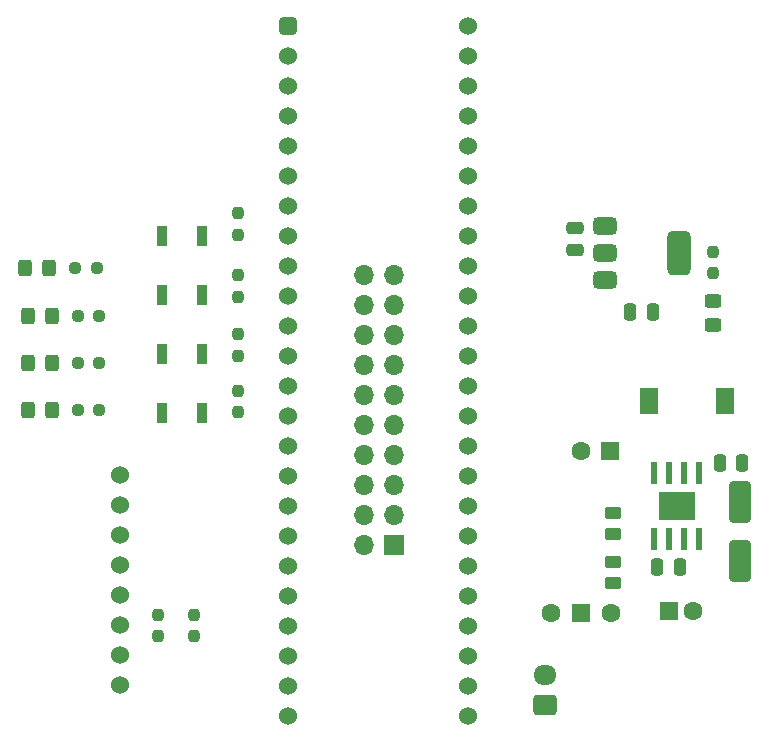
<source format=gbr>
%TF.GenerationSoftware,KiCad,Pcbnew,8.0.1*%
%TF.CreationDate,2024-04-19T02:33:02-07:00*%
%TF.ProjectId,CMOD_A7_Upper,434d4f44-5f41-4375-9f55-707065722e6b,rev?*%
%TF.SameCoordinates,Original*%
%TF.FileFunction,Soldermask,Top*%
%TF.FilePolarity,Negative*%
%FSLAX46Y46*%
G04 Gerber Fmt 4.6, Leading zero omitted, Abs format (unit mm)*
G04 Created by KiCad (PCBNEW 8.0.1) date 2024-04-19 02:33:02*
%MOMM*%
%LPD*%
G01*
G04 APERTURE LIST*
G04 Aperture macros list*
%AMRoundRect*
0 Rectangle with rounded corners*
0 $1 Rounding radius*
0 $2 $3 $4 $5 $6 $7 $8 $9 X,Y pos of 4 corners*
0 Add a 4 corners polygon primitive as box body*
4,1,4,$2,$3,$4,$5,$6,$7,$8,$9,$2,$3,0*
0 Add four circle primitives for the rounded corners*
1,1,$1+$1,$2,$3*
1,1,$1+$1,$4,$5*
1,1,$1+$1,$6,$7*
1,1,$1+$1,$8,$9*
0 Add four rect primitives between the rounded corners*
20,1,$1+$1,$2,$3,$4,$5,0*
20,1,$1+$1,$4,$5,$6,$7,0*
20,1,$1+$1,$6,$7,$8,$9,0*
20,1,$1+$1,$8,$9,$2,$3,0*%
G04 Aperture macros list end*
%ADD10RoundRect,0.237500X0.237500X-0.250000X0.237500X0.250000X-0.237500X0.250000X-0.237500X-0.250000X0*%
%ADD11RoundRect,0.237500X0.250000X0.237500X-0.250000X0.237500X-0.250000X-0.237500X0.250000X-0.237500X0*%
%ADD12RoundRect,0.250000X-0.325000X-0.450000X0.325000X-0.450000X0.325000X0.450000X-0.325000X0.450000X0*%
%ADD13RoundRect,0.250000X0.475000X-0.250000X0.475000X0.250000X-0.475000X0.250000X-0.475000X-0.250000X0*%
%ADD14RoundRect,0.250000X-0.250000X-0.475000X0.250000X-0.475000X0.250000X0.475000X-0.250000X0.475000X0*%
%ADD15RoundRect,0.250000X0.450000X-0.262500X0.450000X0.262500X-0.450000X0.262500X-0.450000X-0.262500X0*%
%ADD16RoundRect,0.237500X-0.237500X0.250000X-0.237500X-0.250000X0.237500X-0.250000X0.237500X0.250000X0*%
%ADD17R,0.900000X1.700000*%
%ADD18R,1.600000X1.600000*%
%ADD19C,1.600000*%
%ADD20R,0.610000X1.910000*%
%ADD21R,1.550000X1.205000*%
%ADD22R,1.500000X2.200000*%
%ADD23C,1.524000*%
%ADD24RoundRect,0.381000X0.381000X0.381000X-0.381000X0.381000X-0.381000X-0.381000X0.381000X-0.381000X0*%
%ADD25RoundRect,0.250000X0.450000X-0.325000X0.450000X0.325000X-0.450000X0.325000X-0.450000X-0.325000X0*%
%ADD26RoundRect,0.375000X-0.625000X-0.375000X0.625000X-0.375000X0.625000X0.375000X-0.625000X0.375000X0*%
%ADD27RoundRect,0.500000X-0.500000X-1.400000X0.500000X-1.400000X0.500000X1.400000X-0.500000X1.400000X0*%
%ADD28RoundRect,0.250000X0.250000X0.475000X-0.250000X0.475000X-0.250000X-0.475000X0.250000X-0.475000X0*%
%ADD29R,1.500000X1.500000*%
%ADD30RoundRect,0.250000X-0.650000X1.500000X-0.650000X-1.500000X0.650000X-1.500000X0.650000X1.500000X0*%
%ADD31RoundRect,0.250000X0.725000X-0.600000X0.725000X0.600000X-0.725000X0.600000X-0.725000X-0.600000X0*%
%ADD32O,1.950000X1.700000*%
%ADD33R,1.700000X1.700000*%
%ADD34O,1.700000X1.700000*%
G04 APERTURE END LIST*
D10*
%TO.C,R1*%
X121250000Y-109162500D03*
X121250000Y-107337500D03*
%TD*%
D11*
%TO.C,R11*%
X116025000Y-78000000D03*
X114200000Y-78000000D03*
%TD*%
D12*
%TO.C,D4*%
X110200000Y-82000000D03*
X112250000Y-82000000D03*
%TD*%
D13*
%TO.C,C9*%
X156500000Y-76450000D03*
X156500000Y-74550000D03*
%TD*%
D14*
%TO.C,C7*%
X168800000Y-94500000D03*
X170700000Y-94500000D03*
%TD*%
D15*
%TO.C,R2*%
X159750000Y-104662500D03*
X159750000Y-102837500D03*
%TD*%
D11*
%TO.C,R9*%
X116250000Y-86000000D03*
X114425000Y-86000000D03*
%TD*%
D10*
%TO.C,R16*%
X128000000Y-80412500D03*
X128000000Y-78587500D03*
%TD*%
D16*
%TO.C,R13*%
X168250000Y-76587500D03*
X168250000Y-78412500D03*
%TD*%
D10*
%TO.C,R18*%
X128000000Y-75162500D03*
X128000000Y-73337500D03*
%TD*%
D17*
%TO.C,SW7*%
X124950000Y-75250000D03*
X121550000Y-75250000D03*
%TD*%
D12*
%TO.C,D3*%
X110200000Y-86000000D03*
X112250000Y-86000000D03*
%TD*%
D17*
%TO.C,SW4*%
X124950000Y-90250000D03*
X121550000Y-90250000D03*
%TD*%
D10*
%TO.C,R17*%
X128000000Y-85412500D03*
X128000000Y-83587500D03*
%TD*%
D18*
%TO.C,C8*%
X159500000Y-93500000D03*
D19*
X157000000Y-93500000D03*
%TD*%
D20*
%TO.C,U1*%
X167060000Y-95327500D03*
X165790000Y-95327500D03*
X164520000Y-95327500D03*
X163250000Y-95327500D03*
X163250000Y-100887500D03*
X164520000Y-100887500D03*
X165790000Y-100887500D03*
X167060000Y-100887500D03*
D21*
X165930000Y-97505000D03*
X164380000Y-97505000D03*
X165930000Y-98710000D03*
X164380000Y-98710000D03*
%TD*%
D22*
%TO.C,L1*%
X169200000Y-89250000D03*
X162800000Y-89250000D03*
%TD*%
D23*
%TO.C,U2*%
X147500000Y-115920000D03*
X147500000Y-113380000D03*
X147500000Y-110840000D03*
X147500000Y-108300000D03*
X147500000Y-105760000D03*
X147500000Y-103220000D03*
X147500000Y-100680000D03*
X147500000Y-98140000D03*
X147500000Y-95600000D03*
X147500000Y-93060000D03*
X147500000Y-90520000D03*
X147500000Y-87980000D03*
X147500000Y-85440000D03*
X147500000Y-82900000D03*
X147500000Y-80360000D03*
X147500000Y-77820000D03*
X147500000Y-75280000D03*
X147500000Y-72740000D03*
X147500000Y-70200000D03*
X147500000Y-67660000D03*
X147500000Y-65120000D03*
X147500000Y-62580000D03*
X147500000Y-60040000D03*
X147500000Y-57500000D03*
D24*
X132260000Y-57500000D03*
D23*
X132260000Y-60040000D03*
X132260000Y-62580000D03*
X132260000Y-65120000D03*
X132260000Y-67660000D03*
X132260000Y-70200000D03*
X132260000Y-72740000D03*
X132260000Y-75280000D03*
X132260000Y-77820000D03*
X132260000Y-80360000D03*
X132260000Y-82900000D03*
X132260000Y-85440000D03*
X132260000Y-87980000D03*
X132260000Y-90520000D03*
X132260000Y-93060000D03*
X132260000Y-95600000D03*
X132260000Y-98140000D03*
X132260000Y-100680000D03*
X132260000Y-103220000D03*
X132260000Y-105760000D03*
X132260000Y-108300000D03*
X132260000Y-110840000D03*
X132260000Y-113380000D03*
X132260000Y-115920000D03*
%TD*%
D15*
%TO.C,R3*%
X159750000Y-100500000D03*
X159750000Y-98675000D03*
%TD*%
D25*
%TO.C,D6*%
X168250000Y-82775000D03*
X168250000Y-80725000D03*
%TD*%
D26*
%TO.C,U3*%
X159060000Y-74410000D03*
X159060000Y-76710000D03*
D27*
X165360000Y-76710000D03*
D26*
X159060000Y-79010000D03*
%TD*%
D12*
%TO.C,D2*%
X110200000Y-90000000D03*
X112250000Y-90000000D03*
%TD*%
D10*
%TO.C,R4*%
X124250000Y-109162500D03*
X124250000Y-107337500D03*
%TD*%
D12*
%TO.C,D5*%
X109975000Y-78000000D03*
X112025000Y-78000000D03*
%TD*%
D28*
%TO.C,C5*%
X165400000Y-103250000D03*
X163500000Y-103250000D03*
%TD*%
D18*
%TO.C,C3*%
X164500000Y-107000000D03*
D19*
X166500000Y-107000000D03*
%TD*%
D23*
%TO.C,U4*%
X118000000Y-105660000D03*
X118000000Y-110740000D03*
X118000000Y-98040000D03*
X118000000Y-108200000D03*
X118000000Y-113280000D03*
X118000000Y-100580000D03*
X118000000Y-103120000D03*
X118000000Y-95500000D03*
%TD*%
D29*
%TO.C,SW1*%
X157000000Y-107210000D03*
D19*
X159540000Y-107210000D03*
X154460000Y-107210000D03*
%TD*%
D17*
%TO.C,SW5*%
X124950000Y-80250000D03*
X121550000Y-80250000D03*
%TD*%
D30*
%TO.C,D1*%
X170500000Y-97750000D03*
X170500000Y-102750000D03*
%TD*%
D11*
%TO.C,R8*%
X116250000Y-90000000D03*
X114425000Y-90000000D03*
%TD*%
%TO.C,R10*%
X116250000Y-82000000D03*
X114425000Y-82000000D03*
%TD*%
D17*
%TO.C,SW6*%
X124950000Y-85250000D03*
X121550000Y-85250000D03*
%TD*%
D10*
%TO.C,R15*%
X128000000Y-90162500D03*
X128000000Y-88337500D03*
%TD*%
D31*
%TO.C,J1*%
X153960000Y-114960000D03*
D32*
X153960000Y-112460000D03*
%TD*%
D28*
%TO.C,C6*%
X163110000Y-81710000D03*
X161210000Y-81710000D03*
%TD*%
D33*
%TO.C,J2*%
X141250000Y-101410000D03*
D34*
X138710000Y-101410000D03*
X141250000Y-98870000D03*
X138710000Y-98870000D03*
X141250000Y-96330000D03*
X138710000Y-96330000D03*
X141250000Y-93790000D03*
X138710000Y-93790000D03*
X141250000Y-91250000D03*
X138710000Y-91250000D03*
X141250000Y-88710000D03*
X138710000Y-88710000D03*
X141250000Y-86170000D03*
X138710000Y-86170000D03*
X141250000Y-83630000D03*
X138710000Y-83630000D03*
X141250000Y-81090000D03*
X138710000Y-81090000D03*
X141250000Y-78550000D03*
X138710000Y-78550000D03*
%TD*%
M02*

</source>
